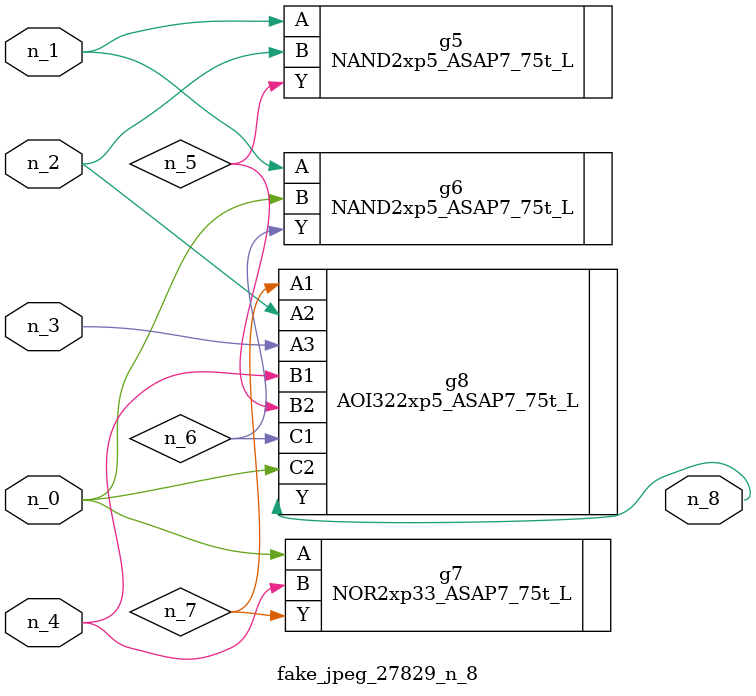
<source format=v>
module fake_jpeg_27829_n_8 (n_3, n_2, n_1, n_0, n_4, n_8);

input n_3;
input n_2;
input n_1;
input n_0;
input n_4;

output n_8;

wire n_6;
wire n_5;
wire n_7;

NAND2xp5_ASAP7_75t_L g5 ( 
.A(n_1),
.B(n_2),
.Y(n_5)
);

NAND2xp5_ASAP7_75t_L g6 ( 
.A(n_1),
.B(n_0),
.Y(n_6)
);

NOR2xp33_ASAP7_75t_L g7 ( 
.A(n_0),
.B(n_4),
.Y(n_7)
);

AOI322xp5_ASAP7_75t_L g8 ( 
.A1(n_7),
.A2(n_2),
.A3(n_3),
.B1(n_4),
.B2(n_5),
.C1(n_6),
.C2(n_0),
.Y(n_8)
);


endmodule
</source>
